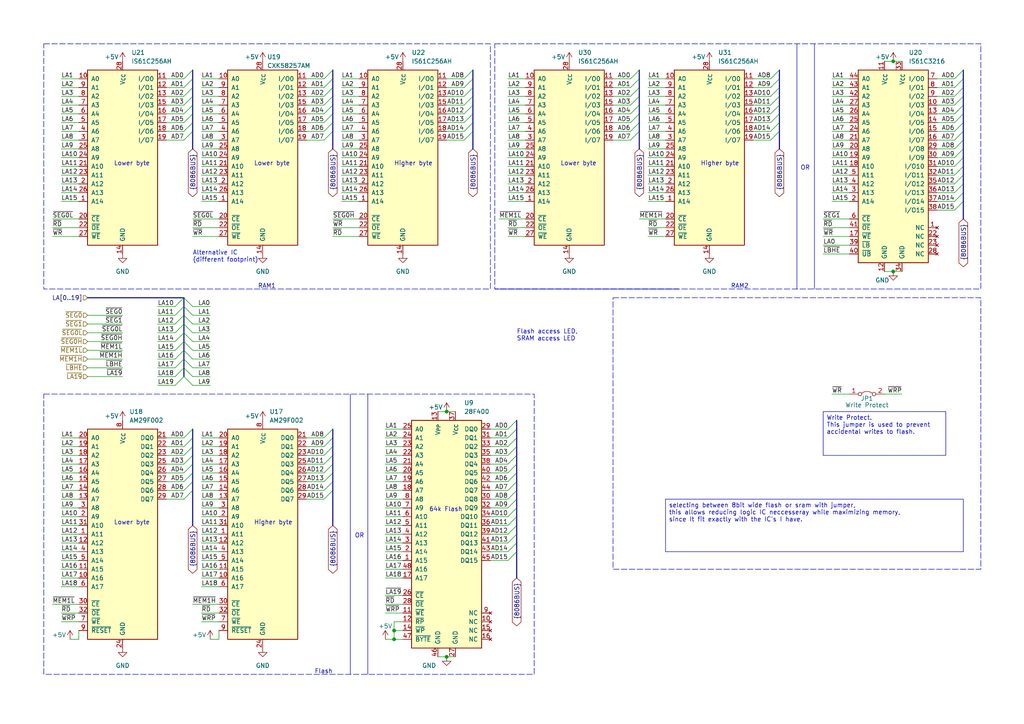
<source format=kicad_sch>
(kicad_sch (version 20230121) (generator eeschema)
  (paper "A4")
  (junction (at 129.54 119.38))
  (junction (at 114.3 182.88))
  (junction (at 114.3 185.42))
  (junction (at 129.54 190.5))
  (junction (at 259.08 17.78))
  (junction (at 259.08 78.74))
  (bus_entry (at 96.52 25.4) (size -2.54 2.54))
  (bus_entry (at 55.88 25.4) (size -2.54 2.54))
  (bus_entry (at 279.4 30.48) (size -2.54 2.54))
  (bus_entry (at 96.52 124.46) (size -2.54 2.54))
  (bus_entry (at 185.42 33.02) (size -2.54 2.54))
  (bus_entry (at 96.52 33.02) (size -2.54 2.54))
  (bus_entry (at 185.42 30.48) (size -2.54 2.54))
  (bus_entry (at 149.86 160.02) (size -2.54 2.54))
  (bus_entry (at 226.06 27.94) (size -2.54 2.54))
  (bus_entry (at 226.06 38.1) (size -2.54 2.54))
  (bus_entry (at 53.34 101.6) (size -2.54 2.54))
  (bus_entry (at 149.86 149.86) (size -2.54 2.54))
  (bus_entry (at 149.86 157.48) (size -2.54 2.54))
  (bus_entry (at 96.52 38.1) (size -2.54 2.54))
  (bus_entry (at 55.88 127) (size -2.54 2.54))
  (bus_entry (at 279.4 53.34) (size -2.54 2.54))
  (bus_entry (at 149.86 154.94) (size -2.54 2.54))
  (bus_entry (at 137.16 35.56) (size -2.54 2.54))
  (bus_entry (at 96.52 142.24) (size -2.54 2.54))
  (bus_entry (at 55.88 134.62) (size -2.54 2.54))
  (bus_entry (at 53.34 96.52) (size -2.54 2.54))
  (bus_entry (at 149.86 132.08) (size -2.54 2.54))
  (bus_entry (at 96.52 139.7) (size -2.54 2.54))
  (bus_entry (at 149.86 147.32) (size -2.54 2.54))
  (bus_entry (at 53.34 101.6) (size 2.54 2.54))
  (bus_entry (at 149.86 144.78) (size -2.54 2.54))
  (bus_entry (at 226.06 22.86) (size -2.54 2.54))
  (bus_entry (at 149.86 142.24) (size -2.54 2.54))
  (bus_entry (at 185.42 22.86) (size -2.54 2.54))
  (bus_entry (at 149.86 152.4) (size -2.54 2.54))
  (bus_entry (at 149.86 139.7) (size -2.54 2.54))
  (bus_entry (at 53.34 88.9) (size -2.54 2.54))
  (bus_entry (at 279.4 45.72) (size -2.54 2.54))
  (bus_entry (at 53.34 109.22) (size -2.54 2.54))
  (bus_entry (at 55.88 142.24) (size -2.54 2.54))
  (bus_entry (at 96.52 27.94) (size -2.54 2.54))
  (bus_entry (at 279.4 33.02) (size -2.54 2.54))
  (bus_entry (at 55.88 20.32) (size -2.54 2.54))
  (bus_entry (at 279.4 20.32) (size -2.54 2.54))
  (bus_entry (at 53.34 104.14) (size -2.54 2.54))
  (bus_entry (at 96.52 20.32) (size -2.54 2.54))
  (bus_entry (at 279.4 38.1) (size -2.54 2.54))
  (bus_entry (at 137.16 20.32) (size -2.54 2.54))
  (bus_entry (at 55.88 38.1) (size -2.54 2.54))
  (bus_entry (at 96.52 137.16) (size -2.54 2.54))
  (bus_entry (at 96.52 132.08) (size -2.54 2.54))
  (bus_entry (at 279.4 27.94) (size -2.54 2.54))
  (bus_entry (at 279.4 50.8) (size -2.54 2.54))
  (bus_entry (at 55.88 27.94) (size -2.54 2.54))
  (bus_entry (at 96.52 30.48) (size -2.54 2.54))
  (bus_entry (at 53.34 99.06) (size 2.54 2.54))
  (bus_entry (at 226.06 35.56) (size -2.54 2.54))
  (bus_entry (at 185.42 35.56) (size -2.54 2.54))
  (bus_entry (at 226.06 25.4) (size -2.54 2.54))
  (bus_entry (at 53.34 99.06) (size -2.54 2.54))
  (bus_entry (at 96.52 129.54) (size -2.54 2.54))
  (bus_entry (at 55.88 139.7) (size -2.54 2.54))
  (bus_entry (at 96.52 134.62) (size -2.54 2.54))
  (bus_entry (at 53.34 91.44) (size 2.54 2.54))
  (bus_entry (at 53.34 93.98) (size -2.54 2.54))
  (bus_entry (at 185.42 20.32) (size -2.54 2.54))
  (bus_entry (at 96.52 127) (size -2.54 2.54))
  (bus_entry (at 55.88 124.46) (size -2.54 2.54))
  (bus_entry (at 137.16 25.4) (size -2.54 2.54))
  (bus_entry (at 279.4 55.88) (size -2.54 2.54))
  (bus_entry (at 149.86 121.92) (size -2.54 2.54))
  (bus_entry (at 149.86 137.16) (size -2.54 2.54))
  (bus_entry (at 226.06 33.02) (size -2.54 2.54))
  (bus_entry (at 185.42 25.4) (size -2.54 2.54))
  (bus_entry (at 55.88 33.02) (size -2.54 2.54))
  (bus_entry (at 55.88 129.54) (size -2.54 2.54))
  (bus_entry (at 55.88 35.56) (size -2.54 2.54))
  (bus_entry (at 279.4 25.4) (size -2.54 2.54))
  (bus_entry (at 55.88 22.86) (size -2.54 2.54))
  (bus_entry (at 53.34 104.14) (size 2.54 2.54))
  (bus_entry (at 149.86 129.54) (size -2.54 2.54))
  (bus_entry (at 137.16 22.86) (size -2.54 2.54))
  (bus_entry (at 55.88 132.08) (size -2.54 2.54))
  (bus_entry (at 53.34 91.44) (size -2.54 2.54))
  (bus_entry (at 185.42 27.94) (size -2.54 2.54))
  (bus_entry (at 149.86 127) (size -2.54 2.54))
  (bus_entry (at 137.16 30.48) (size -2.54 2.54))
  (bus_entry (at 185.42 38.1) (size -2.54 2.54))
  (bus_entry (at 279.4 48.26) (size -2.54 2.54))
  (bus_entry (at 279.4 43.18) (size -2.54 2.54))
  (bus_entry (at 137.16 27.94) (size -2.54 2.54))
  (bus_entry (at 137.16 38.1) (size -2.54 2.54))
  (bus_entry (at 279.4 40.64) (size -2.54 2.54))
  (bus_entry (at 96.52 35.56) (size -2.54 2.54))
  (bus_entry (at 55.88 30.48) (size -2.54 2.54))
  (bus_entry (at 137.16 33.02) (size -2.54 2.54))
  (bus_entry (at 226.06 30.48) (size -2.54 2.54))
  (bus_entry (at 149.86 134.62) (size -2.54 2.54))
  (bus_entry (at 226.06 20.32) (size -2.54 2.54))
  (bus_entry (at 53.34 93.98) (size 2.54 2.54))
  (bus_entry (at 149.86 124.46) (size -2.54 2.54))
  (bus_entry (at 53.34 109.22) (size 2.54 2.54))
  (bus_entry (at 55.88 137.16) (size -2.54 2.54))
  (bus_entry (at 279.4 22.86) (size -2.54 2.54))
  (bus_entry (at 53.34 96.52) (size 2.54 2.54))
  (bus_entry (at 53.34 86.36) (size 2.54 2.54))
  (bus_entry (at 279.4 58.42) (size -2.54 2.54))
  (bus_entry (at 53.34 106.68) (size -2.54 2.54))
  (bus_entry (at 96.52 22.86) (size -2.54 2.54))
  (bus_entry (at 53.34 106.68) (size 2.54 2.54))
  (bus_entry (at 53.34 88.9) (size 2.54 2.54))
  (bus_entry (at 279.4 35.56) (size -2.54 2.54))
  (bus_entry (at 53.34 86.36) (size -2.54 2.54))
  (wire (pts (xy 134.62 30.48) (xy 129.54 30.48)))
  (wire (pts (xy 276.86 27.94) (xy 271.78 27.94)))
  (wire (pts (xy 45.72 91.44) (xy 50.8 91.44)))
  (wire (pts (xy 17.78 45.72) (xy 22.86 45.72)))
  (wire (pts (xy 99.06 55.88) (xy 104.14 55.88)))
  (wire (pts (xy 93.98 127) (xy 88.9 127)))
  (wire (pts (xy 17.78 144.78) (xy 22.86 144.78)))
  (wire (pts (xy 147.32 139.7) (xy 142.24 139.7)))
  (wire (pts (xy 17.78 162.56) (xy 22.86 162.56)))
  (wire (pts (xy 99.06 58.42) (xy 104.14 58.42)))
  (wire (pts (xy 25.4 99.06) (xy 35.56 99.06)))
  (wire (pts (xy 111.76 124.46) (xy 116.84 124.46)))
  (wire (pts (xy 111.76 157.48) (xy 116.84 157.48)))
  (wire (pts (xy 276.86 55.88) (xy 271.78 55.88)))
  (wire (pts (xy 17.78 142.24) (xy 22.86 142.24)))
  (wire (pts (xy 93.98 22.86) (xy 88.9 22.86)))
  (wire (pts (xy 17.78 53.34) (xy 22.86 53.34)))
  (wire (pts (xy 147.32 38.1) (xy 152.4 38.1)))
  (wire (pts (xy 58.42 38.1) (xy 63.5 38.1)))
  (bus (pts (xy 55.88 127) (xy 55.88 129.54)))
  (wire (pts (xy 17.78 132.08) (xy 22.86 132.08)))
  (bus (pts (xy 149.86 157.48) (xy 149.86 160.02)))
  (wire (pts (xy 17.78 170.18) (xy 22.86 170.18)))
  (bus (pts (xy 185.42 43.18) (xy 185.42 38.1)))
  (wire (pts (xy 17.78 149.86) (xy 22.86 149.86)))
  (bus (pts (xy 279.4 33.02) (xy 279.4 35.56)))
  (bus (pts (xy 149.86 134.62) (xy 149.86 137.16)))
  (bus (pts (xy 96.52 35.56) (xy 96.52 38.1)))
  (wire (pts (xy 58.42 25.4) (xy 63.5 25.4)))
  (wire (pts (xy 111.76 144.78) (xy 116.84 144.78)))
  (wire (pts (xy 60.96 111.76) (xy 55.88 111.76)))
  (bus (pts (xy 149.86 144.78) (xy 149.86 147.32)))
  (bus (pts (xy 149.86 121.92) (xy 149.86 124.46)))
  (bus (pts (xy 279.4 43.18) (xy 279.4 40.64)))
  (bus (pts (xy 96.52 127) (xy 96.52 129.54)))
  (wire (pts (xy 147.32 147.32) (xy 142.24 147.32)))
  (bus (pts (xy 185.42 22.86) (xy 185.42 25.4)))
  (wire (pts (xy 114.3 185.42) (xy 116.84 185.42)))
  (bus (pts (xy 226.06 27.94) (xy 226.06 30.48)))
  (bus (pts (xy 53.34 91.44) (xy 53.34 93.98)))
  (wire (pts (xy 134.62 33.02) (xy 129.54 33.02)))
  (bus (pts (xy 185.42 33.02) (xy 185.42 35.56)))
  (wire (pts (xy 99.06 33.02) (xy 104.14 33.02)))
  (wire (pts (xy 58.42 30.48) (xy 63.5 30.48)))
  (bus (pts (xy 226.06 20.32) (xy 226.06 22.86)))
  (wire (pts (xy 17.78 147.32) (xy 22.86 147.32)))
  (wire (pts (xy 223.52 35.56) (xy 218.44 35.56)))
  (wire (pts (xy 48.26 129.54) (xy 53.34 129.54)))
  (wire (pts (xy 45.72 106.68) (xy 50.8 106.68)))
  (wire (pts (xy 147.32 142.24) (xy 142.24 142.24)))
  (wire (pts (xy 88.9 38.1) (xy 93.98 38.1)))
  (wire (pts (xy 58.42 50.8) (xy 63.5 50.8)))
  (bus (pts (xy 226.06 25.4) (xy 226.06 27.94)))
  (wire (pts (xy 58.42 22.86) (xy 63.5 22.86)))
  (wire (pts (xy 187.96 40.64) (xy 193.04 40.64)))
  (wire (pts (xy 147.32 160.02) (xy 142.24 160.02)))
  (wire (pts (xy 93.98 129.54) (xy 88.9 129.54)))
  (wire (pts (xy 58.42 167.64) (xy 63.5 167.64)))
  (bus (pts (xy 53.34 101.6) (xy 53.34 104.14)))
  (wire (pts (xy 241.3 43.18) (xy 246.38 43.18)))
  (bus (pts (xy 226.06 35.56) (xy 226.06 38.1)))
  (wire (pts (xy 111.76 154.94) (xy 116.84 154.94)))
  (wire (pts (xy 17.78 40.64) (xy 22.86 40.64)))
  (wire (pts (xy 17.78 27.94) (xy 22.86 27.94)))
  (wire (pts (xy 45.72 88.9) (xy 50.8 88.9)))
  (wire (pts (xy 276.86 40.64) (xy 271.78 40.64)))
  (wire (pts (xy 60.96 88.9) (xy 55.88 88.9)))
  (bus (pts (xy 149.86 139.7) (xy 149.86 142.24)))
  (wire (pts (xy 241.3 38.1) (xy 246.38 38.1)))
  (wire (pts (xy 63.5 63.5) (xy 55.88 63.5)))
  (wire (pts (xy 241.3 50.8) (xy 246.38 50.8)))
  (wire (pts (xy 187.96 55.88) (xy 193.04 55.88)))
  (wire (pts (xy 276.86 60.96) (xy 271.78 60.96)))
  (bus (pts (xy 55.88 33.02) (xy 55.88 35.56)))
  (wire (pts (xy 177.8 30.48) (xy 182.88 30.48)))
  (wire (pts (xy 99.06 48.26) (xy 104.14 48.26)))
  (wire (pts (xy 58.42 137.16) (xy 63.5 137.16)))
  (wire (pts (xy 147.32 66.04) (xy 152.4 66.04)))
  (wire (pts (xy 99.06 45.72) (xy 104.14 45.72)))
  (wire (pts (xy 53.34 127) (xy 48.26 127)))
  (wire (pts (xy 187.96 22.86) (xy 193.04 22.86)))
  (wire (pts (xy 48.26 142.24) (xy 53.34 142.24)))
  (wire (pts (xy 187.96 45.72) (xy 193.04 45.72)))
  (bus (pts (xy 96.52 142.24) (xy 96.52 152.4)))
  (wire (pts (xy 60.96 93.98) (xy 55.88 93.98)))
  (wire (pts (xy 271.78 22.86) (xy 276.86 22.86)))
  (wire (pts (xy 111.76 162.56) (xy 116.84 162.56)))
  (wire (pts (xy 111.76 132.08) (xy 116.84 132.08)))
  (wire (pts (xy 223.52 33.02) (xy 218.44 33.02)))
  (wire (pts (xy 60.96 109.22) (xy 55.88 109.22)))
  (polyline (pts (xy 143.51 83.82) (xy 196.85 83.82)))
  (bus (pts (xy 96.52 33.02) (xy 96.52 35.56)))
  (bus (pts (xy 96.52 134.62) (xy 96.52 137.16)))
  (wire (pts (xy 147.32 48.26) (xy 152.4 48.26)))
  (wire (pts (xy 223.52 30.48) (xy 218.44 30.48)))
  (wire (pts (xy 187.96 35.56) (xy 193.04 35.56)))
  (wire (pts (xy 17.78 177.8) (xy 22.86 177.8)))
  (wire (pts (xy 58.42 55.88) (xy 63.5 55.88)))
  (wire (pts (xy 58.42 170.18) (xy 63.5 170.18)))
  (wire (pts (xy 111.76 152.4) (xy 116.84 152.4)))
  (bus (pts (xy 96.52 129.54) (xy 96.52 132.08)))
  (wire (pts (xy 17.78 180.34) (xy 22.86 180.34)))
  (wire (pts (xy 241.3 30.48) (xy 246.38 30.48)))
  (wire (pts (xy 147.32 68.58) (xy 152.4 68.58)))
  (wire (pts (xy 60.96 101.6) (xy 55.88 101.6)))
  (wire (pts (xy 182.88 22.86) (xy 177.8 22.86)))
  (wire (pts (xy 147.32 127) (xy 142.24 127)))
  (wire (pts (xy 45.72 111.76) (xy 50.8 111.76)))
  (wire (pts (xy 127 190.5) (xy 129.54 190.5)))
  (bus (pts (xy 55.88 30.48) (xy 55.88 33.02)))
  (wire (pts (xy 187.96 38.1) (xy 193.04 38.1)))
  (wire (pts (xy 147.32 30.48) (xy 152.4 30.48)))
  (wire (pts (xy 114.3 180.34) (xy 114.3 182.88)))
  (bus (pts (xy 149.86 154.94) (xy 149.86 157.48)))
  (wire (pts (xy 55.88 68.58) (xy 63.5 68.58)))
  (bus (pts (xy 279.4 55.88) (xy 279.4 53.34)))
  (wire (pts (xy 276.86 35.56) (xy 271.78 35.56)))
  (bus (pts (xy 279.4 35.56) (xy 279.4 38.1)))
  (wire (pts (xy 15.24 68.58) (xy 22.86 68.58)))
  (wire (pts (xy 256.54 78.74) (xy 259.08 78.74)))
  (wire (pts (xy 93.98 142.24) (xy 88.9 142.24)))
  (bus (pts (xy 279.4 20.32) (xy 279.4 22.86)))
  (wire (pts (xy 58.42 157.48) (xy 63.5 157.48)))
  (wire (pts (xy 58.42 149.86) (xy 63.5 149.86)))
  (bus (pts (xy 55.88 134.62) (xy 55.88 137.16)))
  (wire (pts (xy 241.3 40.64) (xy 246.38 40.64)))
  (bus (pts (xy 96.52 124.46) (xy 96.52 127)))
  (wire (pts (xy 17.78 25.4) (xy 22.86 25.4)))
  (wire (pts (xy 17.78 134.62) (xy 22.86 134.62)))
  (bus (pts (xy 96.52 25.4) (xy 96.52 27.94)))
  (bus (pts (xy 149.86 147.32) (xy 149.86 149.86)))
  (wire (pts (xy 53.34 22.86) (xy 48.26 22.86)))
  (bus (pts (xy 137.16 35.56) (xy 137.16 38.1)))
  (wire (pts (xy 134.62 25.4) (xy 129.54 25.4)))
  (wire (pts (xy 241.3 25.4) (xy 246.38 25.4)))
  (wire (pts (xy 147.32 55.88) (xy 152.4 55.88)))
  (wire (pts (xy 25.4 91.44) (xy 35.56 91.44)))
  (bus (pts (xy 96.52 22.86) (xy 96.52 25.4)))
  (wire (pts (xy 238.76 71.12) (xy 246.38 71.12)))
  (bus (pts (xy 149.86 149.86) (xy 149.86 152.4)))
  (wire (pts (xy 238.76 66.04) (xy 246.38 66.04)))
  (wire (pts (xy 238.76 63.5) (xy 246.38 63.5)))
  (wire (pts (xy 187.96 27.94) (xy 193.04 27.94)))
  (wire (pts (xy 134.62 35.56) (xy 129.54 35.56)))
  (wire (pts (xy 218.44 22.86) (xy 223.52 22.86)))
  (wire (pts (xy 25.4 93.98) (xy 35.56 93.98)))
  (wire (pts (xy 58.42 134.62) (xy 63.5 134.62)))
  (wire (pts (xy 147.32 22.86) (xy 152.4 22.86)))
  (wire (pts (xy 58.42 165.1) (xy 63.5 165.1)))
  (wire (pts (xy 60.96 106.68) (xy 55.88 106.68)))
  (wire (pts (xy 185.42 63.5) (xy 193.04 63.5)))
  (wire (pts (xy 58.42 35.56) (xy 63.5 35.56)))
  (wire (pts (xy 152.4 63.5) (xy 144.78 63.5)))
  (wire (pts (xy 17.78 35.56) (xy 22.86 35.56)))
  (wire (pts (xy 111.76 167.64) (xy 116.84 167.64)))
  (bus (pts (xy 55.88 129.54) (xy 55.88 132.08)))
  (wire (pts (xy 147.32 144.78) (xy 142.24 144.78)))
  (wire (pts (xy 147.32 132.08) (xy 142.24 132.08)))
  (wire (pts (xy 147.32 25.4) (xy 152.4 25.4)))
  (wire (pts (xy 271.78 43.18) (xy 276.86 43.18)))
  (wire (pts (xy 60.96 104.14) (xy 55.88 104.14)))
  (wire (pts (xy 111.76 147.32) (xy 116.84 147.32)))
  (wire (pts (xy 17.78 48.26) (xy 22.86 48.26)))
  (bus (pts (xy 55.88 132.08) (xy 55.88 134.62)))
  (wire (pts (xy 256.54 114.3) (xy 261.62 114.3)))
  (wire (pts (xy 48.26 38.1) (xy 53.34 38.1)))
  (wire (pts (xy 276.86 25.4) (xy 271.78 25.4)))
  (wire (pts (xy 58.42 147.32) (xy 63.5 147.32)))
  (wire (pts (xy 15.24 175.26) (xy 22.86 175.26)))
  (bus (pts (xy 149.86 124.46) (xy 149.86 127)))
  (wire (pts (xy 127 119.38) (xy 129.54 119.38)))
  (wire (pts (xy 99.06 25.4) (xy 104.14 25.4)))
  (bus (pts (xy 149.86 132.08) (xy 149.86 134.62)))
  (wire (pts (xy 187.96 48.26) (xy 193.04 48.26)))
  (wire (pts (xy 25.4 96.52) (xy 35.56 96.52)))
  (wire (pts (xy 111.76 165.1) (xy 116.84 165.1)))
  (wire (pts (xy 17.78 165.1) (xy 22.86 165.1)))
  (bus (pts (xy 226.06 43.18) (xy 226.06 38.1)))
  (wire (pts (xy 241.3 53.34) (xy 246.38 53.34)))
  (wire (pts (xy 256.54 17.78) (xy 259.08 17.78)))
  (wire (pts (xy 58.42 160.02) (xy 63.5 160.02)))
  (wire (pts (xy 147.32 43.18) (xy 152.4 43.18)))
  (bus (pts (xy 149.86 129.54) (xy 149.86 132.08)))
  (wire (pts (xy 104.14 63.5) (xy 96.52 63.5)))
  (wire (pts (xy 96.52 66.04) (xy 104.14 66.04)))
  (bus (pts (xy 149.86 137.16) (xy 149.86 139.7)))
  (wire (pts (xy 142.24 124.46) (xy 147.32 124.46)))
  (wire (pts (xy 129.54 190.5) (xy 132.08 190.5)))
  (bus (pts (xy 185.42 30.48) (xy 185.42 33.02)))
  (bus (pts (xy 53.34 86.36) (xy 53.34 88.9)))
  (wire (pts (xy 129.54 22.86) (xy 134.62 22.86)))
  (wire (pts (xy 45.72 104.14) (xy 50.8 104.14)))
  (wire (pts (xy 114.3 180.34) (xy 116.84 180.34)))
  (wire (pts (xy 276.86 48.26) (xy 271.78 48.26)))
  (wire (pts (xy 187.96 50.8) (xy 193.04 50.8)))
  (bus (pts (xy 55.88 20.32) (xy 55.88 22.86)))
  (wire (pts (xy 58.42 27.94) (xy 63.5 27.94)))
  (wire (pts (xy 58.42 152.4) (xy 63.5 152.4)))
  (bus (pts (xy 96.52 43.18) (xy 96.52 38.1)))
  (wire (pts (xy 111.76 185.42) (xy 114.3 185.42)))
  (bus (pts (xy 279.4 22.86) (xy 279.4 25.4)))
  (wire (pts (xy 147.32 137.16) (xy 142.24 137.16)))
  (polyline (pts (xy 236.22 83.82) (xy 236.22 12.7)))
  (wire (pts (xy 177.8 27.94) (xy 182.88 27.94)))
  (wire (pts (xy 147.32 157.48) (xy 142.24 157.48)))
  (wire (pts (xy 58.42 40.64) (xy 63.5 40.64)))
  (wire (pts (xy 63.5 182.88) (xy 63.5 185.42)))
  (bus (pts (xy 53.34 93.98) (xy 53.34 96.52)))
  (wire (pts (xy 17.78 129.54) (xy 22.86 129.54)))
  (wire (pts (xy 276.86 30.48) (xy 271.78 30.48)))
  (wire (pts (xy 17.78 22.86) (xy 22.86 22.86)))
  (wire (pts (xy 187.96 53.34) (xy 193.04 53.34)))
  (bus (pts (xy 137.16 25.4) (xy 137.16 27.94)))
  (bus (pts (xy 185.42 25.4) (xy 185.42 27.94)))
  (wire (pts (xy 129.54 119.38) (xy 132.08 119.38)))
  (wire (pts (xy 276.86 33.02) (xy 271.78 33.02)))
  (wire (pts (xy 48.26 35.56) (xy 53.34 35.56)))
  (wire (pts (xy 147.32 154.94) (xy 142.24 154.94)))
  (wire (pts (xy 58.42 162.56) (xy 63.5 162.56)))
  (wire (pts (xy 99.06 22.86) (xy 104.14 22.86)))
  (wire (pts (xy 147.32 58.42) (xy 152.4 58.42)))
  (wire (pts (xy 58.42 177.8) (xy 63.5 177.8)))
  (wire (pts (xy 58.42 180.34) (xy 63.5 180.34)))
  (wire (pts (xy 241.3 33.02) (xy 246.38 33.02)))
  (wire (pts (xy 177.8 25.4) (xy 182.88 25.4)))
  (bus (pts (xy 96.52 139.7) (xy 96.52 142.24)))
  (bus (pts (xy 137.16 33.02) (xy 137.16 35.56)))
  (wire (pts (xy 111.76 142.24) (xy 116.84 142.24)))
  (wire (pts (xy 238.76 73.66) (xy 246.38 73.66)))
  (wire (pts (xy 45.72 99.06) (xy 50.8 99.06)))
  (wire (pts (xy 223.52 27.94) (xy 218.44 27.94)))
  (wire (pts (xy 50.8 101.6) (xy 45.72 101.6)))
  (wire (pts (xy 99.06 27.94) (xy 104.14 27.94)))
  (wire (pts (xy 17.78 43.18) (xy 22.86 43.18)))
  (wire (pts (xy 17.78 139.7) (xy 22.86 139.7)))
  (bus (pts (xy 149.86 160.02) (xy 149.86 167.64)))
  (wire (pts (xy 147.32 33.02) (xy 152.4 33.02)))
  (wire (pts (xy 58.42 132.08) (xy 63.5 132.08)))
  (wire (pts (xy 93.98 144.78) (xy 88.9 144.78)))
  (wire (pts (xy 223.52 40.64) (xy 218.44 40.64)))
  (wire (pts (xy 17.78 152.4) (xy 22.86 152.4)))
  (wire (pts (xy 60.96 96.52) (xy 55.88 96.52)))
  (wire (pts (xy 58.42 127) (xy 63.5 127)))
  (bus (pts (xy 137.16 22.86) (xy 137.16 25.4)))
  (wire (pts (xy 45.72 93.98) (xy 50.8 93.98)))
  (wire (pts (xy 134.62 27.94) (xy 129.54 27.94)))
  (wire (pts (xy 45.72 109.22) (xy 50.8 109.22)))
  (wire (pts (xy 60.96 91.44) (xy 55.88 91.44)))
  (bus (pts (xy 185.42 35.56) (xy 185.42 38.1)))
  (bus (pts (xy 185.42 20.32) (xy 185.42 22.86)))
  (wire (pts (xy 259.08 17.78) (xy 261.62 17.78)))
  (bus (pts (xy 137.16 20.32) (xy 137.16 22.86)))
  (wire (pts (xy 147.32 40.64) (xy 152.4 40.64)))
  (wire (pts (xy 96.52 68.58) (xy 104.14 68.58)))
  (wire (pts (xy 111.76 137.16) (xy 116.84 137.16)))
  (wire (pts (xy 48.26 33.02) (xy 53.34 33.02)))
  (bus (pts (xy 55.88 139.7) (xy 55.88 142.24)))
  (wire (pts (xy 25.4 101.6) (xy 35.56 101.6)))
  (wire (pts (xy 17.78 160.02) (xy 22.86 160.02)))
  (bus (pts (xy 226.06 30.48) (xy 226.06 33.02)))
  (wire (pts (xy 276.86 53.34) (xy 271.78 53.34)))
  (wire (pts (xy 48.26 40.64) (xy 53.34 40.64)))
  (wire (pts (xy 20.32 185.42) (xy 22.86 185.42)))
  (wire (pts (xy 177.8 33.02) (xy 182.88 33.02)))
  (bus (pts (xy 279.4 63.5) (xy 279.4 58.42)))
  (wire (pts (xy 99.06 30.48) (xy 104.14 30.48)))
  (wire (pts (xy 48.26 132.08) (xy 53.34 132.08)))
  (wire (pts (xy 241.3 58.42) (xy 246.38 58.42)))
  (bus (pts (xy 279.4 40.64) (xy 279.4 38.1)))
  (wire (pts (xy 111.76 175.26) (xy 116.84 175.26)))
  (bus (pts (xy 55.88 137.16) (xy 55.88 139.7)))
  (wire (pts (xy 147.32 134.62) (xy 142.24 134.62)))
  (wire (pts (xy 17.78 33.02) (xy 22.86 33.02)))
  (wire (pts (xy 88.9 27.94) (xy 93.98 27.94)))
  (wire (pts (xy 187.96 68.58) (xy 193.04 68.58)))
  (wire (pts (xy 276.86 45.72) (xy 271.78 45.72)))
  (wire (pts (xy 17.78 127) (xy 22.86 127)))
  (bus (pts (xy 149.86 152.4) (xy 149.86 154.94)))
  (bus (pts (xy 25.4 86.36) (xy 53.34 86.36)))
  (wire (pts (xy 187.96 66.04) (xy 193.04 66.04)))
  (wire (pts (xy 93.98 134.62) (xy 88.9 134.62)))
  (bus (pts (xy 279.4 30.48) (xy 279.4 33.02)))
  (wire (pts (xy 276.86 50.8) (xy 271.78 50.8)))
  (wire (pts (xy 48.26 25.4) (xy 53.34 25.4)))
  (wire (pts (xy 147.32 27.94) (xy 152.4 27.94)))
  (wire (pts (xy 17.78 58.42) (xy 22.86 58.42)))
  (wire (pts (xy 25.4 109.22) (xy 35.56 109.22)))
  (bus (pts (xy 149.86 142.24) (xy 149.86 144.78)))
  (wire (pts (xy 58.42 144.78) (xy 63.5 144.78)))
  (wire (pts (xy 48.26 27.94) (xy 53.34 27.94)))
  (wire (pts (xy 147.32 162.56) (xy 142.24 162.56)))
  (wire (pts (xy 111.76 139.7) (xy 116.84 139.7)))
  (wire (pts (xy 111.76 127) (xy 116.84 127)))
  (wire (pts (xy 99.06 50.8) (xy 104.14 50.8)))
  (wire (pts (xy 147.32 53.34) (xy 152.4 53.34)))
  (wire (pts (xy 48.26 144.78) (xy 53.34 144.78)))
  (bus (pts (xy 279.4 50.8) (xy 279.4 48.26)))
  (wire (pts (xy 147.32 50.8) (xy 152.4 50.8)))
  (wire (pts (xy 111.76 172.72) (xy 116.84 172.72)))
  (wire (pts (xy 17.78 167.64) (xy 22.86 167.64)))
  (wire (pts (xy 48.26 137.16) (xy 53.34 137.16)))
  (wire (pts (xy 187.96 25.4) (xy 193.04 25.4)))
  (wire (pts (xy 45.72 96.52) (xy 50.8 96.52)))
  (wire (pts (xy 111.76 134.62) (xy 116.84 134.62)))
  (wire (pts (xy 17.78 154.94) (xy 22.86 154.94)))
  (wire (pts (xy 276.86 58.42) (xy 271.78 58.42)))
  (wire (pts (xy 241.3 48.26) (xy 246.38 48.26)))
  (polyline (pts (xy 231.14 12.7) (xy 231.14 83.82)))
  (bus (pts (xy 55.88 27.94) (xy 55.88 30.48)))
  (wire (pts (xy 60.96 99.06) (xy 55.88 99.06)))
  (wire (pts (xy 60.96 185.42) (xy 63.5 185.42)))
  (wire (pts (xy 93.98 139.7) (xy 88.9 139.7)))
  (wire (pts (xy 111.76 129.54) (xy 116.84 129.54)))
  (bus (pts (xy 279.4 25.4) (xy 279.4 27.94)))
  (wire (pts (xy 55.88 175.26) (xy 63.5 175.26)))
  (bus (pts (xy 96.52 30.48) (xy 96.52 33.02)))
  (wire (pts (xy 17.78 157.48) (xy 22.86 157.48)))
  (wire (pts (xy 58.42 139.7) (xy 63.5 139.7)))
  (bus (pts (xy 137.16 27.94) (xy 137.16 30.48)))
  (bus (pts (xy 96.52 132.08) (xy 96.52 134.62)))
  (wire (pts (xy 88.9 30.48) (xy 93.98 30.48)))
  (bus (pts (xy 279.4 53.34) (xy 279.4 50.8)))
  (wire (pts (xy 241.3 22.86) (xy 246.38 22.86)))
  (wire (pts (xy 147.32 35.56) (xy 152.4 35.56)))
  (wire (pts (xy 147.32 149.86) (xy 142.24 149.86)))
  (bus (pts (xy 53.34 88.9) (xy 53.34 91.44)))
  (wire (pts (xy 17.78 38.1) (xy 22.86 38.1)))
  (wire (pts (xy 99.06 40.64) (xy 104.14 40.64)))
  (wire (pts (xy 58.42 45.72) (xy 63.5 45.72)))
  (wire (pts (xy 147.32 45.72) (xy 152.4 45.72)))
  (polyline (pts (xy 106.68 195.58) (xy 106.68 114.3)))
  (bus (pts (xy 226.06 22.86) (xy 226.06 25.4)))
  (wire (pts (xy 48.26 134.62) (xy 53.34 134.62)))
  (wire (pts (xy 241.3 114.3) (xy 246.38 114.3)))
  (wire (pts (xy 259.08 78.74) (xy 261.62 78.74)))
  (wire (pts (xy 88.9 33.02) (xy 93.98 33.02)))
  (wire (pts (xy 48.26 139.7) (xy 53.34 139.7)))
  (bus (pts (xy 137.16 43.18) (xy 137.16 38.1)))
  (wire (pts (xy 58.42 58.42) (xy 63.5 58.42)))
  (wire (pts (xy 48.26 30.48) (xy 53.34 30.48)))
  (wire (pts (xy 177.8 40.64) (xy 182.88 40.64)))
  (bus (pts (xy 55.88 124.46) (xy 55.88 127)))
  (wire (pts (xy 241.3 35.56) (xy 246.38 35.56)))
  (wire (pts (xy 187.96 30.48) (xy 193.04 30.48)))
  (wire (pts (xy 241.3 27.94) (xy 246.38 27.94)))
  (bus (pts (xy 53.34 104.14) (xy 53.34 106.68)))
  (wire (pts (xy 58.42 48.26) (xy 63.5 48.26)))
  (wire (pts (xy 58.42 142.24) (xy 63.5 142.24)))
  (wire (pts (xy 58.42 154.94) (xy 63.5 154.94)))
  (wire (pts (xy 22.86 63.5) (xy 15.24 63.5)))
  (bus (pts (xy 55.88 142.24) (xy 55.88 152.4)))
  (wire (pts (xy 276.86 38.1) (xy 271.78 38.1)))
  (wire (pts (xy 241.3 55.88) (xy 246.38 55.88)))
  (wire (pts (xy 17.78 55.88) (xy 22.86 55.88)))
  (wire (pts (xy 111.76 177.8) (xy 116.84 177.8)))
  (bus (pts (xy 185.42 27.94) (xy 185.42 30.48)))
  (wire (pts (xy 241.3 45.72) (xy 246.38 45.72)))
  (bus (pts (xy 55.88 35.56) (xy 55.88 38.1)))
  (wire (pts (xy 99.06 35.56) (xy 104.14 35.56)))
  (wire (pts (xy 99.06 38.1) (xy 104.14 38.1)))
  (wire (pts (xy 58.42 43.18) (xy 63.5 43.18)))
  (wire (pts (xy 99.06 53.34) (xy 104.14 53.34)))
  (polyline (pts (xy 101.6 195.58) (xy 101.6 114.3)))
  (wire (pts (xy 88.9 25.4) (xy 93.98 25.4)))
  (wire (pts (xy 177.8 38.1) (xy 182.88 38.1)))
  (bus (pts (xy 96.52 20.32) (xy 96.52 22.86)))
  (wire (pts (xy 177.8 35.56) (xy 182.88 35.56)))
  (wire (pts (xy 25.4 106.68) (xy 35.56 106.68)))
  (wire (pts (xy 15.24 66.04) (xy 22.86 66.04)))
  (bus (pts (xy 226.06 33.02) (xy 226.06 35.56)))
  (wire (pts (xy 55.88 66.04) (xy 63.5 66.04)))
  (wire (pts (xy 187.96 33.02) (xy 193.04 33.02)))
  (bus (pts (xy 55.88 38.1) (xy 55.88 43.18)))
  (wire (pts (xy 111.76 149.86) (xy 116.84 149.86)))
  (wire (pts (xy 187.96 58.42) (xy 193.04 58.42)))
  (bus (pts (xy 53.34 96.52) (xy 53.34 99.06)))
  (wire (pts (xy 88.9 35.56) (xy 93.98 35.56)))
  (wire (pts (xy 223.52 38.1) (xy 218.44 38.1)))
  (wire (pts (xy 58.42 53.34) (xy 63.5 53.34)))
  (wire (pts (xy 93.98 137.16) (xy 88.9 137.16)))
  (wire (pts (xy 134.62 38.1) (xy 129.54 38.1)))
  (wire (pts (xy 187.96 43.18) (xy 193.04 43.18)))
  (bus (pts (xy 53.34 99.06) (xy 53.34 101.6)))
  (wire (pts (xy 17.78 50.8) (xy 22.86 50.8)))
  (wire (pts (xy 147.32 152.4) (xy 142.24 152.4)))
  (bus (pts (xy 279.4 58.42) (xy 279.4 55.88)))
  (wire (pts (xy 25.4 104.14) (xy 35.56 104.14)))
  (wire (pts (xy 147.32 129.54) (xy 142.24 129.54)))
  (bus (pts (xy 279.4 48.26) (xy 279.4 45.72)))
  (wire (pts (xy 114.3 185.42) (xy 114.3 182.88)))
  (wire (pts (xy 22.86 182.88) (xy 22.86 185.42)))
  (wire (pts (xy 17.78 137.16) (xy 22.86 137.16)))
  (bus (pts (xy 279.4 27.94) (xy 279.4 30.48)))
  (wire (pts (xy 88.9 40.64) (xy 93.98 40.64)))
  (bus (pts (xy 96.52 27.94) (xy 96.52 30.48)))
  (wire (pts (xy 114.3 182.88) (xy 116.84 182.88)))
  (bus (pts (xy 55.88 22.86) (xy 55.88 25.4)))
  (bus (pts (xy 149.86 127) (xy 149.86 129.54)))
  (bus (pts (xy 55.88 25.4) (xy 55.88 27.94)))
  (wire (pts (xy 17.78 30.48) (xy 22.86 30.48)))
  (bus (pts (xy 96.52 137.16) (xy 96.52 139.7)))
  (bus (pts (xy 279.4 45.72) (xy 279.4 43.18)))
  (bus (pts (xy 137.16 30.48) (xy 137.16 33.02)))
  (wire (pts (xy 111.76 160.02) (xy 116.84 160.02)))
  (wire (pts (xy 134.62 40.64) (xy 129.54 40.64)))
  (wire (pts (xy 223.52 25.4) (xy 218.44 25.4)))
  (wire (pts (xy 58.42 129.54) (xy 63.5 129.54)))
  (wire (pts (xy 99.06 43.18) (xy 104.14 43.18)))
  (bus (pts (xy 53.34 106.68) (xy 53.34 109.22)))
  (wire (pts (xy 58.42 33.02) (xy 63.5 33.02)))
  (wire (pts (xy 93.98 132.08) (xy 88.9 132.08)))
  (wire (pts (xy 238.76 68.58) (xy 246.38 68.58)))
  (rectangle (start 143.51 12.7) (end 284.48 83.82) (stroke (width 0) (type dash)))
  (rectangle (start 12.7 114.3) (end 154.94 195.58) (stroke (width 0) (type dash)))
  (rectangle (start 177.8 86.36) (end 284.48 165.1) (stroke (width 0) (type dash)))
  (rectangle (start 12.7 12.7) (end 142.24 83.82) (stroke (width 0) (type dash)))
  (text_box "selecting between 8bit wide flash or sram with jumper,\nthis allows reducing logic IC neccesseray while maximizing memory,\nsince It fit exactly with the IC's I have." (at 193.04 144.78 0) (size 86.36 15.24) (effects (font (size 1.27 1.27)) (justify left top)))
  (text_box "Write Protect.\nThis jumper is used to prevent accidental writes to flash." (at 238.76 119.38 0) (size 35.56 12.7) (effects (font (size 1.27 1.27)) (justify left top)))
  (text "Lower byte" (at 33.02 48.26 0) (effects (font (size 1.27 1.27)) (justify left bottom)))
  (text "Higher byte" (at 114.3 48.26 0) (effects (font (size 1.27 1.27)) (justify left bottom)))
  (text "OR" (at 102.87 156.21 0) (effects (font (size 1.27 1.27)) (justify left bottom)))
  (text "OR" (at 234.95 49.53 0) (effects (font (size 1.27 1.27)) (justify right bottom)))
  (text "RAM1" (at 80.01 83.82 0) (effects (font (size 1.27 1.27)) (justify right bottom)))
  (text "Alternative IC\n(different footprint)" (at 55.88 76.2 0) (effects (font (size 1.27 1.27)) (justify left bottom)))
  (text "Lower byte" (at 73.66 48.26 0) (effects (font (size 1.27 1.27)) (justify left bottom)))
  (text "Higher byte" (at 73.66 152.4 0) (effects (font (size 1.27 1.27)) (justify left bottom)))
  (text "64k Flash" (at 124.46 148.59 0) (effects (font (size 1.27 1.27)) (justify left bottom)))
  (text "Higher byte" (at 203.2 48.26 0) (effects (font (size 1.27 1.27)) (justify left bottom)))
  (text "Lower byte" (at 162.56 48.26 0) (effects (font (size 1.27 1.27)) (justify left bottom)))
  (text "Lower byte" (at 33.02 152.4 0) (effects (font (size 1.27 1.27)) (justify left bottom)))
  (text "RAM2" (at 217.17 83.82 0) (effects (font (size 1.27 1.27)) (justify right bottom)))
  (text "Flash access LED,\nSRAM access LED" (at 149.86 99.06 0) (effects (font (size 1.27 1.27)) (justify left bottom)))
  (text "Flash" (at 96.52 195.58 0) (effects (font (size 1.27 1.27)) (justify right bottom)))
  (label "AD3" (at 93.98 30.48 180))
  (label "LA11" (at 99.06 48.26 0))
  (label "~{RD}" (at 111.76 175.26 0))
  (label "LA1" (at 111.76 124.46 0))
  (label "AD12" (at 276.86 53.34 180))
  (label "LA2" (at 111.76 127 0))
  (label "LA5" (at 111.76 134.62 0))
  (label "AD2" (at 147.32 129.54 180))
  (label "LA10" (at 17.78 149.86 0))
  (label "~{WR}" (at 147.32 68.58 0))
  (label "AD15" (at 93.98 144.78 180))
  (label "LA16" (at 45.72 104.14 0))
  (label "AD3" (at 53.34 134.62 180))
  (label "AD1" (at 93.98 25.4 180))
  (label "LA14" (at 99.06 55.88 0))
  (label "AD2" (at 182.88 27.94 180))
  (label "~{WRP}" (at 261.62 114.3 180))
  (label "LA9" (at 60.96 111.76 180))
  (label "LA6" (at 147.32 35.56 0))
  (label "LA8" (at 17.78 40.64 0))
  (label "LA5" (at 17.78 137.16 0))
  (label "~{LBHE}" (at 35.56 106.68 180))
  (label "AD12" (at 93.98 137.16 180))
  (label "LA2" (at 60.96 93.98 180))
  (label "LA17" (at 58.42 167.64 0))
  (label "AD3" (at 182.88 30.48 180))
  (label "LA6" (at 99.06 35.56 0))
  (label "AD12" (at 147.32 154.94 180))
  (label "LA8" (at 17.78 144.78 0))
  (label "~{WRP}" (at 58.42 180.34 0))
  (label "AD6" (at 53.34 38.1 180))
  (label "~{LA19}" (at 111.76 172.72 0))
  (label "LA14" (at 17.78 55.88 0))
  (label "LA7" (at 60.96 106.68 180))
  (label "~{WR}" (at 238.76 68.58 0))
  (label "LA14" (at 241.3 55.88 0))
  (label "LA15" (at 187.96 58.42 0))
  (label "AD9" (at 134.62 25.4 180))
  (label "LA13" (at 147.32 53.34 0))
  (label "AD6" (at 276.86 38.1 180))
  (label "LA12" (at 45.72 93.98 0))
  (label "LA6" (at 17.78 139.7 0))
  (label "LA7" (at 17.78 142.24 0))
  (label "AD7" (at 93.98 40.64 180))
  (label "AD15" (at 134.62 40.64 180))
  (label "LA10" (at 17.78 45.72 0))
  (label "LA2" (at 58.42 129.54 0))
  (label "AD14" (at 276.86 58.42 180))
  (label "LA2" (at 58.42 25.4 0))
  (label "LA8" (at 111.76 142.24 0))
  (label "LA6" (at 60.96 104.14 180))
  (label "LA14" (at 45.72 99.06 0))
  (label "LA11" (at 58.42 152.4 0))
  (label "LA15" (at 241.3 58.42 0))
  (label "AD1" (at 182.88 25.4 180))
  (label "AD9" (at 223.52 25.4 180))
  (label "AD12" (at 223.52 33.02 180))
  (label "AD13" (at 93.98 139.7 180))
  (label "LA7" (at 58.42 142.24 0))
  (label "LA13" (at 241.3 53.34 0))
  (label "LA6" (at 58.42 35.56 0))
  (label "LA11" (at 45.72 91.44 0))
  (label "LA7" (at 187.96 38.1 0))
  (label "AD11" (at 276.86 50.8 180))
  (label "LA12" (at 187.96 50.8 0))
  (label "LA15" (at 99.06 58.42 0))
  (label "LA15" (at 147.32 58.42 0))
  (label "LA2" (at 17.78 25.4 0))
  (label "LA18" (at 17.78 170.18 0))
  (label "LA2" (at 99.06 25.4 0))
  (label "AD4" (at 93.98 33.02 180))
  (label "LA10" (at 147.32 45.72 0))
  (label "LA7" (at 58.42 38.1 0))
  (label "~{SEG1}" (at 238.76 63.5 0))
  (label "~{RD}" (at 96.52 68.58 0))
  (label "LA1" (at 58.42 127 0))
  (label "~{LBHE}" (at 238.76 73.66 0))
  (label "AD0" (at 93.98 22.86 180))
  (label "LA2" (at 241.3 25.4 0))
  (label "LA11" (at 241.3 48.26 0))
  (label "LA7" (at 17.78 38.1 0))
  (label "AD3" (at 147.32 132.08 180))
  (label "LA3" (at 99.06 27.94 0))
  (label "LA9" (at 187.96 43.18 0))
  (label "~{WR}" (at 55.88 68.58 0))
  (label "LA3" (at 241.3 27.94 0))
  (label "LA18" (at 58.42 170.18 0))
  (label "LA3" (at 58.42 132.08 0))
  (label "AD13" (at 223.52 35.56 180))
  (label "~{WRP}" (at 111.76 177.8 0))
  (label "LA3" (at 111.76 129.54 0))
  (label "LA10" (at 111.76 147.32 0))
  (label "LA1" (at 60.96 91.44 180))
  (label "~{WR}" (at 241.3 114.3 0))
  (label "AD3" (at 276.86 30.48 180))
  (label "LA4" (at 241.3 30.48 0))
  (label "LA9" (at 111.76 144.78 0))
  (label "AD5" (at 276.86 35.56 180))
  (label "LA5" (at 58.42 33.02 0))
  (label "LA12" (at 111.76 152.4 0))
  (label "LA5" (at 147.32 33.02 0))
  (label "LA7" (at 147.32 38.1 0))
  (label "LA4" (at 58.42 30.48 0))
  (label "LA3" (at 17.78 132.08 0))
  (label "~{SEG0L}" (at 55.88 63.5 0))
  (label "AD1" (at 53.34 25.4 180))
  (label "AD0" (at 53.34 22.86 180))
  (label "AD12" (at 134.62 33.02 180))
  (label "LA13" (at 58.42 53.34 0))
  (label "~{WR}" (at 96.52 66.04 0))
  (label "LA9" (at 147.32 43.18 0))
  (label "LA11" (at 17.78 48.26 0))
  (label "AD4" (at 182.88 33.02 180))
  (label "AD13" (at 147.32 157.48 180))
  (label "~{WR}" (at 187.96 68.58 0))
  (label "LA8" (at 241.3 40.64 0))
  (label "LA6" (at 17.78 35.56 0))
  (label "LA17" (at 17.78 167.64 0))
  (label "AD9" (at 276.86 45.72 180))
  (label "LA19" (at 45.72 111.76 0))
  (label "~{SEG0L}" (at 35.56 96.52 180))
  (label "AD8" (at 223.52 22.86 180))
  (label "LA8" (at 60.96 109.22 180))
  (label "LA4" (at 187.96 30.48 0))
  (label "~{MEM1H}" (at 35.56 104.14 180))
  (label "AD9" (at 147.32 147.32 180))
  (label "LA2" (at 187.96 25.4 0))
  (label "LA5" (at 99.06 33.02 0))
  (label "LA5" (at 58.42 137.16 0))
  (label "AD14" (at 93.98 142.24 180))
  (label "LA9" (at 241.3 43.18 0))
  (label "AD0" (at 182.88 22.86 180))
  (label "~{RD}" (at 187.96 66.04 0))
  (label "AD8" (at 93.98 127 180))
  (label "AD6" (at 53.34 142.24 180))
  (label "~{MEM1H}" (at 55.88 175.26 0))
  (label "AD2" (at 53.34 132.08 180))
  (label "LA6" (at 241.3 35.56 0))
  (label "LA15" (at 58.42 58.42 0))
  (label "LA16" (at 111.76 162.56 0))
  (label "AD7" (at 53.34 40.64 180))
  (label "LA17" (at 111.76 165.1 0))
  (label "AD5" (at 93.98 35.56 180))
  (label "LA8" (at 187.96 40.64 0))
  (label "AD4" (at 276.86 33.02 180))
  (label "AD8" (at 276.86 43.18 180))
  (label "LA14" (at 187.96 55.88 0))
  (label "AD14" (at 147.32 160.02 180))
  (label "LA1" (at 147.32 22.86 0))
  (label "LA0" (at 238.76 71.12 0))
  (label "LA17" (at 45.72 106.68 0))
  (label "LA14" (at 58.42 160.02 0))
  (label "LA12" (at 241.3 50.8 0))
  (label "AD6" (at 93.98 38.1 180))
  (label "LA1" (at 241.3 22.86 0))
  (label "AD14" (at 223.52 38.1 180))
  (label "~{RD}" (at 238.76 66.04 0))
  (label "AD11" (at 223.52 30.48 180))
  (label "LA18" (at 111.76 167.64 0))
  (label "LA5" (at 241.3 33.02 0))
  (label "~{RD}" (at 58.42 177.8 0))
  (label "AD5" (at 182.88 35.56 180))
  (label "AD7" (at 147.32 142.24 180))
  (label "LA11" (at 58.42 48.26 0))
  (label "AD5" (at 53.34 139.7 180))
  (label "AD2" (at 53.34 27.94 180))
  (label "~{LA19}" (at 35.56 109.22 180))
  (label "LA12" (at 58.42 50.8 0))
  (label "~{RD}" (at 15.24 66.04 0))
  (label "LA14" (at 17.78 160.02 0))
  (label "~{MEM1L}" (at 15.24 175.26 0))
  (label "LA13" (at 99.06 53.34 0))
  (label "LA4" (at 111.76 132.08 0))
  (label "LA10" (at 241.3 45.72 0))
  (label "AD10" (at 223.52 27.94 180))
  (label "LA7" (at 99.06 38.1 0))
  (label "LA8" (at 99.06 40.64 0))
  (label "LA15" (at 58.42 162.56 0))
  (label "LA11" (at 17.78 152.4 0))
  (label "LA4" (at 147.32 30.48 0))
  (label "AD14" (at 134.62 38.1 180))
  (label "LA15" (at 45.72 101.6 0))
  (label "LA4" (at 58.42 134.62 0))
  (label "~{SEG0}" (at 35.56 91.44 180))
  (label "AD4" (at 53.34 137.16 180))
  (label "LA16" (at 17.78 165.1 0))
  (label "LA9" (at 58.42 147.32 0))
  (label "LA12" (at 58.42 154.94 0))
  (label "AD11" (at 134.62 30.48 180))
  (label "LA7" (at 111.76 139.7 0))
  (label "AD13" (at 134.62 35.56 180))
  (label "LA13" (at 17.78 53.34 0))
  (label "LA9" (at 17.78 147.32 0))
  (label "~{SEG0L}" (at 15.24 63.5 0))
  (label "LA13" (at 17.78 157.48 0))
  (label "LA3" (at 17.78 27.94 0))
  (label "LA13" (at 45.72 96.52 0))
  (label "AD4" (at 147.32 134.62 180))
  (label "~{SEG0H}" (at 96.52 63.5 0))
  (label "AD0" (at 53.34 127 180))
  (label "~{SEG1}" (at 35.56 93.98 180))
  (label "LA8" (at 58.42 40.64 0))
  (label "LA2" (at 147.32 25.4 0))
  (label "AD5" (at 53.34 35.56 180))
  (label "LA9" (at 17.78 43.18 0))
  (label "AD15" (at 276.86 60.96 180))
  (label "AD15" (at 147.32 162.56 180))
  (label "LA6" (at 187.96 35.56 0))
  (label "LA18" (at 45.72 109.22 0))
  (label "LA3" (at 187.96 27.94 0))
  (label "~{MEM1L}" (at 144.78 63.5 0))
  (label "LA4" (at 99.06 30.48 0))
  (label "LA14" (at 111.76 157.48 0))
  (label "AD13" (at 276.86 55.88 180))
  (label "LA1" (at 187.96 22.86 0))
  (label "AD3" (at 53.34 30.48 180))
  (label "LA12" (at 17.78 154.94 0))
  (label "LA15" (at 111.76 160.02 0))
  (label "LA10" (at 45.72 88.9 0))
  (label "LA6" (at 58.42 139.7 0))
  (label "LA9" (at 99.06 43.18 0))
  (label "LA8" (at 147.32 40.64 0))
  (label "LA6" (at 111.76 137.16 0))
  (label "AD2" (at 93.98 27.94 180))
  (label "LA13" (at 187.96 53.34 0))
  (label "LA14" (at 147.32 55.88 0))
  (label "LA3" (at 58.42 27.94 0))
  (label "AD4" (at 53.34 33.02 180))
  (label "LA16" (at 58.42 165.1 0))
  (label "AD7" (at 276.86 40.64 180))
  (label "~{MEM1L}" (at 35.56 101.6 180))
  (label "AD1" (at 53.34 129.54 180))
  (label "LA9" (at 58.42 43.18 0))
  (label "AD8" (at 147.32 144.78 180))
  (label "LA13" (at 111.76 154.94 0))
  (label "LA15" (at 17.78 58.42 0))
  (label "LA12" (at 17.78 50.8 0))
  (label "LA10" (at 187.96 45.72 0))
  (label "AD10" (at 93.98 132.08 180))
  (label "AD6" (at 182.88 38.1 180))
  (label "AD7" (at 182.88 40.64 180))
  (label "LA11" (at 147.32 48.26 0))
  (label "LA2" (at 17.78 129.54 0))
  (label "LA5" (at 60.96 101.6 180))
  (label "LA12" (at 147.32 50.8 0))
  (label "LA10" (at 58.42 45.72 0))
  (label "~{RD}" (at 147.32 66.04 0))
  (label "LA1" (at 99.06 22.86 0))
  (label "~{WR}" (at 15.24 68.58 0))
  (label "LA10" (at 58.42 149.86 0))
  (label "AD10" (at 276.86 48.26 180))
  (label "AD5" (at 147.32 137.16 180))
  (label "LA1" (at 17.78 22.86 0))
  (label "LA13" (at 58.42 157.48 0))
  (label "LA10" (at 99.06 45.72 0))
  (label "AD7" (at 53.34 144.78 180))
  (label "~{SEG0H}" (at 35.56 99.06 180))
  (label "LA1" (at 58.42 22.86 0))
  (label "LA11" (at 187.96 48.26 0))
  (label "AD10" (at 134.62 27.94 180))
  (label "LA15" (at 17.78 162.56 0))
  (label "~{MEM1H}" (at 185.42 63.5 0))
  (label "LA4" (at 60.96 99.06 180))
  (label "AD8" (at 134.62 22.86 180))
  (label "LA5" (at 17.78 33.02 0))
  (label "AD9" (at 93.98 129.54 180))
  (label "LA14" (at 58.42 55.88 0))
  (label "AD0" (at 147.32 124.46 180))
  (label "LA3" (at 60.96 96.52 180))
  (label "LA7" (at 241.3 38.1 0))
  (label "LA11" (at 111.76 149.86 0))
  (label "LA12" (at 99.06 50.8 0))
  (label "LA1" (at 17.78 127 0))
  (label "LA8" (at 58.42 144.78 0))
  (label "AD15" (at 223.52 40.64 180))
  (label "LA4" (at 17.78 30.48 0))
  (label "LA0" (at 60.96 88.9 180))
  (label "~{RD}" (at 17.78 177.8 0))
  (label "AD0" (at 276.86 22.86 180))
  (label "LA5" (at 187.96 33.02 0))
  (label "AD10" (at 147.32 149.86 180))
  (label "AD11" (at 93.98 134.62 180))
  (label "AD2" (at 276.86 27.94 180))
  (label "AD1" (at 147.32 127 180))
  (label "~{RD}" (at 55.88 66.04 0))
  (label "LA4" (at 17.78 134.62 0))
  (label "AD11" (at 147.32 152.4 180))
  (label "AD6" (at 147.32 139.7 180))
  (label "LA3" (at 147.32 27.94 0))
  (label "AD1" (at 276.86 25.4 180))
  (label "~{WRP}" (at 17.78 180.34 0))
  (global_label "{8086BUS}" (shape tri_state) (at 55.88 43.18 270) (property "Intersheetrefs" "${INTERSHEET_REFS}" (effects hide)))
  (global_label "{8086BUS}" (shape tri_state) (at 96.52 152.4 270) (property "Intersheetrefs" "${INTERSHEET_REFS}" (effects hide)))
  (global_label "{8086BUS}" (shape tri_state) (at 137.16 43.18 270) (property "Intersheetrefs" "${INTERSHEET_REFS}" (effects hide)))
  (global_label "{8086BUS}" (shape tri_state) (at 185.42 43.18 270) (property "Intersheetrefs" "${INTERSHEET_REFS}" (effects hide)))
  (global_label "{8086BUS}" (shape tri_state) (at 55.88 152.4 270) (property "Intersheetrefs" "${INTERSHEET_REFS}" (effects hide)))
  (global_label "{8086BUS}" (shape tri_state) (at 96.52 43.18 270) (property "Intersheetrefs" "${INTERSHEET_REFS}" (effects hide)))
  (global_label "{8086BUS}" (shape tri_state) (at 149.86 167.64 270) (property "Intersheetrefs" "${INTERSHEET_REFS}" (effects hide)))
  (global_label "{8086BUS}" (shape tri_state) (at 279.4 63.5 270) (property "Intersheetrefs" "${INTERSHEET_REFS}" (effects hide)))
  (global_label "{8086BUS}" (shape tri_state) (at 226.06 43.18 270) (property "Intersheetrefs" "${INTERSHEET_REFS}" (effects hide)))
  (hierarchical_label "~{SEG0}" (shape input) (at 25.4 91.44 180))
  (hierarchical_label "~{SEG0H}" (shape input) (at 25.4 99.06 180))
  (hierarchical_label "~{LA19}" (shape input) (at 25.4 109.22 180))
  (hierarchical_label "~{MEM1H}" (shape input) (at 25.4 104.14 180))
  (hierarchical_label "~{SEG1}" (shape input) (at 25.4 93.98 180))
  (hierarchical_label "~{LBHE}" (shape input) (at 25.4 106.68 180))
  (hierarchical_label "~{MEM1L}" (shape input) (at 25.4 101.6 180))
  (hierarchical_label "LA[0..19]" (shape input) (at 25.4 86.36 180))
  (hierarchical_label "~{SEG0L}" (shape input) (at 25.4 96.52 180))
  (symbol (lib_id "power:+5V") (at 76.2 17.78 0) (unit 1)
    (property "Reference" "#PWR06" (effects hide))
    (property "Value" "+5V" (at 73.025 16.51 0))
    (instances (project "8086 schematics and pcb" (path "" (reference "#PWR06") (unit 1)) (path "" (reference "#PWR018") (unit 1))))
  )
  (symbol (lib_id "power:+5V") (at 129.54 119.38 0) (unit 1)
    (property "Reference" "#PWR05" (effects hide))
    (property "Value" "+5V" (at 126.365 118.11 0))
    (instances (project "8086 schematics and pcb" (path "" (reference "#PWR05") (unit 1)) (path "" (reference "#PWR054") (unit 1))))
  )
  (symbol (lib_id "power:GND") (at 205.74 73.66 0) (unit 1)
    (property "Reference" "#PWR056" (effects hide))
    (property "Value" "GND" (at 205.74 78.74 0))
    (instances (project "8086 schematics and pcb" (path "" (reference "#PWR056") (unit 1)) (path "" (reference "#PWR049") (unit 1))))
  )
  (symbol (lib_id "power:+5V") (at 35.56 17.78 0) (unit 1)
    (property "Reference" "#PWR049" (effects hide))
    (property "Value" "+5V" (at 32.385 16.51 0))
    (instances (project "8086 schematics and pcb" (path "" (reference "#PWR049") (unit 1)) (path "" (reference "#PWR05") (unit 1))))
  )
  (symbol (lib_id "power:+5V") (at 116.84 17.78 0) (unit 1)
    (property "Reference" "#PWR051" (effects hide))
    (property "Value" "+5V" (at 113.665 16.51 0))
    (instances (project "8086 schematics and pcb" (path "" (reference "#PWR051") (unit 1)) (path "" (reference "#PWR022") (unit 1))))
  )
  (symbol (lib_id "power:GND") (at 129.54 190.5 0) (unit 1)
    (property "Reference" "#PWR019" (effects hide))
    (property "Value" "GND" (at 124.46 193.04 0))
    (instances (project "8086 schematics and pcb" (path "" (reference "#PWR019") (unit 1)) (path "" (reference "#PWR055") (unit 1))))
  )
  (symbol (lib_id "power:+5V") (at 205.74 17.78 0) (unit 1)
    (property "Reference" "#PWR055" (effects hide))
    (property "Value" "+5V" (at 202.565 16.51 0))
    (instances (project "8086 schematics and pcb" (path "" (reference "#PWR055") (unit 1)) (path "" (reference "#PWR048") (unit 1))))
  )
  (symbol (lib_id "8086PC:IS61C256AH") (at 165.1 45.72 0) (unit 1)
    (property "Reference" "U30" (at 167.64 15.24 0) (effects (justify left)))
    (property "Value" "IS61C256AH" (at 167.64 17.78 0) (effects (justify left)))
    (property "Footprint" "Package_SO:TSOP-I-28_11.8x8mm_P0.55mm" (effects hide))
    (property "Datasheet" "https://www.issi.com/WW/pdf/61c256ah.pdf" (effects hide))
    (instances (project "8086 schematics and pcb" (path "" (reference "U30") (unit 1)) (path "" (reference "U19") (unit 1))))
  )
  (symbol (lib_id "power:+5V") (at 35.56 121.92 0) (unit 1)
    (property "Reference" "#PWR043" (effects hide))
    (property "Value" "+5V" (at 32.385 120.65 0))
    (instances (project "8086 schematics and pcb" (path "" (reference "#PWR043") (unit 1)) (path "" (reference "#PWR052") (unit 1))))
  )
  (symbol (lib_id "8086PC:AM29F002") (at 35.56 154.94 0) (unit 1)
    (property "Reference" "U18" (at 37.5159 119.38 0) (effects (justify left)))
    (property "Value" "AM29F002" (at 37.5159 121.92 0) (effects (justify left)))
    (property "Footprint" "Package_SO:TSOP-I-32_18.4x8mm_P0.5mm" (effects hide))
    (property "Datasheet" "https://www.digchip.com/datasheets/download_datasheet.php?id=133134&part-number=AM29F002" (effects hide))
    (instances (project "8086 schematics and pcb" (path "" (reference "U18") (unit 1)) (path "" (reference "U22") (unit 1))))
  )
  (symbol (lib_id "8086PC:IS61C256AH") (at 205.74 45.72 0) (unit 1)
    (property "Reference" "U31" (at 208.28 15.24 0) (effects (justify left)))
    (property "Value" "IS61C256AH" (at 208.28 17.78 0) (effects (justify left)))
    (property "Footprint" "Package_SO:TSOP-I-28_11.8x8mm_P0.55mm" (effects hide))
    (property "Datasheet" "https://www.issi.com/WW/pdf/61c256ah.pdf" (effects hide))
    (instances (project "8086 schematics and pcb" (path "" (reference "U31") (unit 1)) (path "" (reference "U21") (unit 1))))
  )
  (symbol (lib_id "8086PC:IS61C256AH") (at 116.84 45.72 0) (unit 1)
    (property "Reference" "U22" (at 119.38 15.24 0) (effects (justify left)))
    (property "Value" "IS61C256AH" (at 119.38 17.78 0) (effects (justify left)))
    (property "Footprint" "Package_SO:TSOP-I-28_11.8x8mm_P0.55mm" (effects hide))
    (property "Datasheet" "https://www.issi.com/WW/pdf/61c256ah.pdf" (effects hide))
    (instances (project "8086 schematics and pcb" (path "" (reference "U22") (unit 1)) (path "" (reference "U18") (unit 1))))
  )
  (symbol (lib_id "power:+5V") (at 111.76 185.42 0) (unit 1)
    (property "Reference" "#PWR022" (effects hide))
    (property "Value" "+5V" (at 111.76 181.61 0))
    (instances (project "8086 schematics and pcb" (path "" (reference "#PWR022") (unit 1)) (path "" (reference "#PWR051") (unit 1))))
  )
  (symbol (lib_id "power:GND") (at 165.1 73.66 0) (unit 1)
    (property "Reference" "#PWR054" (effects hide))
    (property "Value" "GND" (at 165.1 78.74 0))
    (instances (project "8086 schematics and pcb" (path "" (reference "#PWR054") (unit 1)) (path "" (reference "#PWR045") (unit 1))))
  )
  (symbol (lib_id "8086PC:CXK58257AM") (at 76.2 45.72 0) (unit 1)
    (property "Reference" "U19" (at 77.47 16.51 0) (effects (justify left)))
    (property "Value" "CXK58257AM" (at 77.47 19.05 0) (effects (justify left)))
    (property "Footprint" "Package_SO:SOIC-28W_7.5x17.9mm_P1.27mm" (effects hide))
    (property "Datasheet" "https://pdf1.alldatasheet.com/datasheet-pdf/view/47130/SONY/CXK58257AM.html" (effects hide))
    (instances (project "8086 schematics and pcb" (path "" (reference "U19") (unit 1)) (path "" (reference "U17") (unit 1))))
  )
  (symbol (lib_id "8086PC:28F400B5") (at 129.54 154.94 0) (unit 1)
    (property "Reference" "U9" (at 134.62 116.84 0) (effects (justify left)))
    (property "Value" "28F400" (at 134.62 119.38 0) (effects (justify left)))
    (property "Footprint" "Package_SO:TSOP-I-48_18.4x12mm_P0.5mm" (effects hide))
    (property "Datasheet" "https://www.digchip.com/datasheets/download_datasheet.php?id=285463&part-number=E28F400B5B80" (effects hide))
    (instances (project "8086 schematics and pcb" (path "" (reference "U9") (unit 1)) (path "" (reference "U24") (unit 1))))
  )
  (symbol (lib_id "power:GND") (at 76.2 73.66 0) (unit 1)
    (property "Reference" "#PWR018" (effects hide))
    (property "Value" "GND" (at 76.2 78.74 0))
    (instances (project "8086 schematics and pcb" (path "" (reference "#PWR018") (unit 1)) (path "" (reference "#PWR019") (unit 1))))
  )
  (symbol (lib_id "power:+5V") (at 20.32 185.42 0) (unit 1)
    (property "Reference" "#PWR048" (effects hide))
    (property "Value" "+5V" (at 17.145 184.15 0))
    (instances (project "8086 schematics and pcb" (path "" (reference "#PWR048") (unit 1)) (path "" (reference "#PWR050") (unit 1))))
  )
  (symbol (lib_id "power:GND") (at 259.08 78.74 0) (unit 1)
    (property "Reference" "#PWR057" (effects hide))
    (property "Value" "GND" (at 255.905 81.28 0))
    (instances (project "8086 schematics and pcb" (path "" (reference "#PWR057") (unit 1)) (path "" (reference "#PWR047") (unit 1))))
  )
  (symbol (lib_id "Jumper:Jumper_2_Bridged") (at 251.46 114.3 0) (unit 1)
    (property "Reference" "JP1" (at 251.46 115.57 0))
    (property "Value" "Write Protect" (at 251.46 117.475 0))
  )
  (symbol (lib_id "power:GND") (at 35.56 187.96 0) (unit 1)
    (property "Reference" "#PWR044" (effects hide))
    (property "Value" "GND" (at 35.56 193.04 0))
    (instances (project "8086 schematics and pcb" (path "" (reference "#PWR044") (unit 1)) (path "" (reference "#PWR053") (unit 1))))
  )
  (symbol (lib_id "power:+5V") (at 60.96 185.42 0) (unit 1)
    (property "Reference" "#PWR047" (effects hide))
    (property "Value" "+5V" (at 57.785 184.15 0))
    (instances (project "8086 schematics and pcb" (path "" (reference "#PWR047") (unit 1)) (path "" (reference "#PWR056") (unit 1))))
  )
  (symbol (lib_id "8086PC:AM29F002") (at 76.2 154.94 0) (unit 1)
    (property "Reference" "U17" (at 78.1559 119.38 0) (effects (justify left)))
    (property "Value" "AM29F002" (at 78.1559 121.92 0) (effects (justify left)))
    (property "Footprint" "Package_SO:TSOP-I-32_18.4x8mm_P0.5mm" (effects hide))
    (property "Datasheet" "https://www.digchip.com/datasheets/download_datasheet.php?id=133134&part-number=AM29F002" (effects hide))
    (instances (project "8086 schematics and pcb" (path "" (reference "U17") (unit 1)) (path "" (reference "U26") (unit 1))))
  )
  (symbol (lib_id "power:+5V") (at 165.1 17.78 0) (unit 1)
    (property "Reference" "#PWR053" (effects hide))
    (property "Value" "+5V" (at 161.925 16.51 0))
    (instances (project "8086 schematics and pcb" (path "" (reference "#PWR053") (unit 1)) (path "" (reference "#PWR044") (unit 1))))
  )
  (symbol (lib_id "8086PC:IS61C3216") (at 259.08 48.26 0) (unit 1)
    (property "Reference" "U20" (at 263.5759 15.24 0) (effects (justify left)))
    (property "Value" "IS61C3216" (at 263.5759 17.78 0) (effects (justify left)))
    (property "Footprint" "Package_SO:TSOP-II-44_10.16x18.41mm_P0.8mm" (effects hide))
    (property "Datasheet" "https://www.issi.com/WW/pdf/61C3216AL.pdf" (effects hide))
  )
  (symbol (lib_id "power:GND") (at 35.56 73.66 0) (unit 1)
    (property "Reference" "#PWR050" (effects hide))
    (property "Value" "GND" (at 35.56 78.74 0))
    (instances (project "8086 schematics and pcb" (path "" (reference "#PWR050") (unit 1)) (path "" (reference "#PWR06") (unit 1))))
  )
  (symbol (lib_id "8086PC:IS61C256AH") (at 35.56 45.72 0) (unit 1)
    (property "Reference" "U21" (at 38.1 15.24 0) (effects (justify left)))
    (property "Value" "IS61C256AH" (at 38.1 17.78 0) (effects (justify left)))
    (property "Footprint" "Package_SO:TSOP-I-28_11.8x8mm_P0.55mm" (effects hide))
    (property "Datasheet" "https://www.issi.com/WW/pdf/61c256ah.pdf" (effects hide))
    (instances (project "8086 schematics and pcb" (path "" (reference "U21") (unit 1)) (path "" (reference "U9") (unit 1))))
  )
  (symbol (lib_id "power:GND") (at 116.84 73.66 0) (unit 1)
    (property "Reference" "#PWR052" (effects hide))
    (property "Value" "GND" (at 116.84 78.74 0))
    (instances (project "8086 schematics and pcb" (path "" (reference "#PWR052") (unit 1)) (path "" (reference "#PWR043") (unit 1))))
  )
  (symbol (lib_id "power:+5V") (at 76.2 121.92 0) (unit 1)
    (property "Reference" "#PWR045" (effects hide))
    (property "Value" "+5V" (at 73.025 120.65 0))
    (instances (project "8086 schematics and pcb" (path "" (reference "#PWR045") (unit 1)) (path "" (reference "#PWR057") (unit 1))))
  )
  (symbol (lib_id "power:+5V") (at 259.08 17.78 0) (unit 1)
    (property "Reference" "#PWR058" (effects hide))
    (property "Value" "+5V" (at 255.905 16.51 0))
    (instances (project "8086 schematics and pcb" (path "" (reference "#PWR058") (unit 1)) (path "" (reference "#PWR046") (unit 1))))
  )
  (symbol (lib_id "power:GND") (at 76.2 187.96 0) (unit 1)
    (property "Reference" "#PWR046" (effects hide))
    (property "Value" "GND" (at 76.2 193.04 0))
    (instances (project "8086 schematics and pcb" (path "" (reference "#PWR046") (unit 1)) (path "" (reference "#PWR058") (unit 1))))
  )
)
</source>
